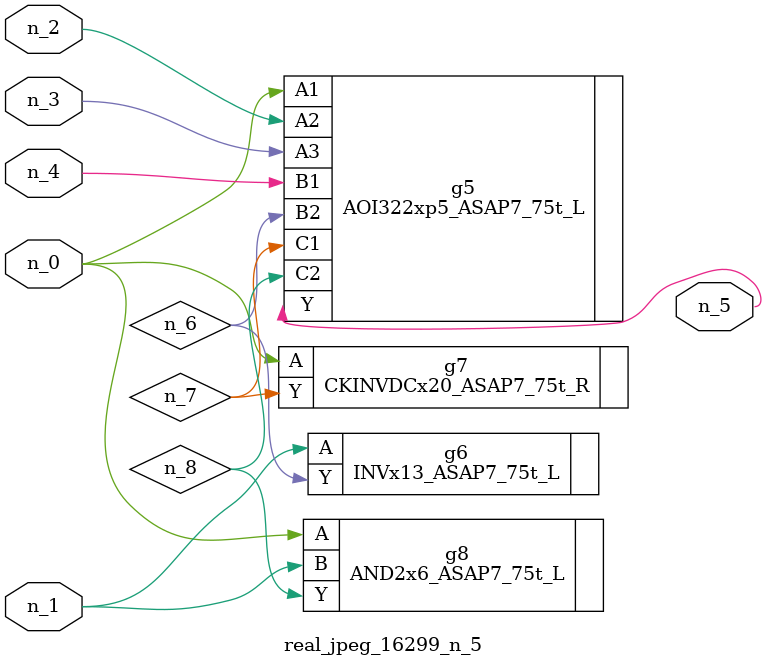
<source format=v>
module real_jpeg_16299_n_5 (n_4, n_0, n_1, n_2, n_3, n_5);

input n_4;
input n_0;
input n_1;
input n_2;
input n_3;

output n_5;

wire n_8;
wire n_6;
wire n_7;

AOI322xp5_ASAP7_75t_L g5 ( 
.A1(n_0),
.A2(n_2),
.A3(n_3),
.B1(n_4),
.B2(n_6),
.C1(n_7),
.C2(n_8),
.Y(n_5)
);

CKINVDCx20_ASAP7_75t_R g7 ( 
.A(n_0),
.Y(n_7)
);

AND2x6_ASAP7_75t_L g8 ( 
.A(n_0),
.B(n_1),
.Y(n_8)
);

INVx13_ASAP7_75t_L g6 ( 
.A(n_1),
.Y(n_6)
);


endmodule
</source>
